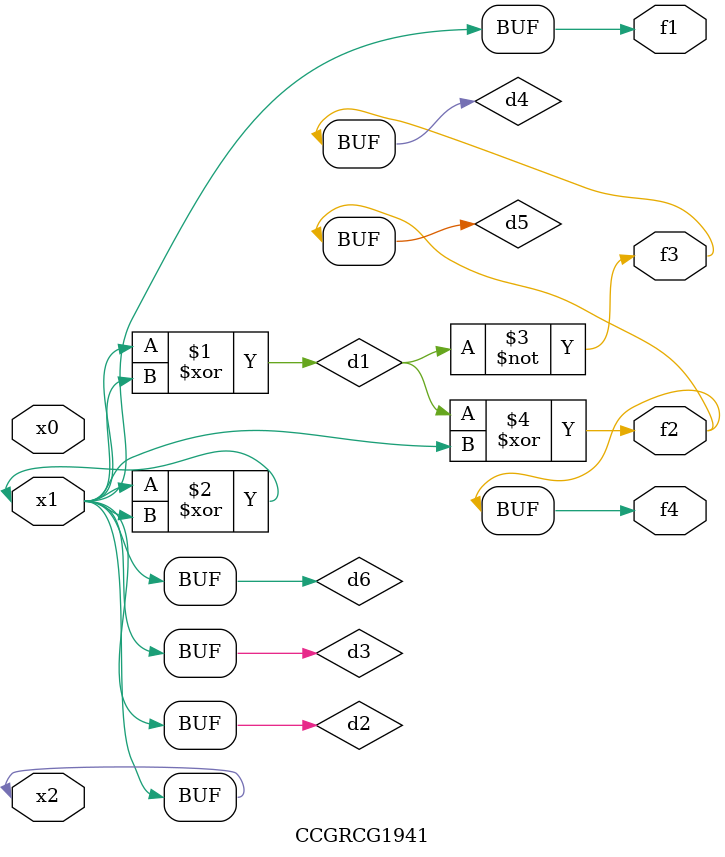
<source format=v>
module CCGRCG1941(
	input x0, x1, x2,
	output f1, f2, f3, f4
);

	wire d1, d2, d3, d4, d5, d6;

	xor (d1, x1, x2);
	buf (d2, x1, x2);
	xor (d3, x1, x2);
	nor (d4, d1);
	xor (d5, d1, d2);
	buf (d6, d2, d3);
	assign f1 = d6;
	assign f2 = d5;
	assign f3 = d4;
	assign f4 = d5;
endmodule

</source>
